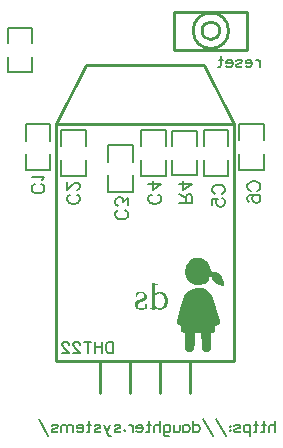
<source format=gbo>
G04 Layer: BottomSilkLayer*
G04 EasyEDA v6.3.22, 2020-01-19T16:38:24+00:00*
G04 a2d37a9207c24dc198fa5f1151cfaccd,4b468aaabfa54ef3be77053c06c4e1f4,10*
G04 Gerber Generator version 0.2*
G04 Scale: 100 percent, Rotated: No, Reflected: No *
G04 Dimensions in inches *
G04 leading zeros omitted , absolute positions ,2 integer and 4 decimal *
%FSLAX24Y24*%
%MOIN*%
G90*
G70D02*

%ADD10C,0.010000*%
%ADD25C,0.007870*%
%ADD27C,0.008000*%
%ADD29C,0.006000*%

%LPD*%

%LPD*%
G36*
G01X7001Y30909D02*
G01X6879Y30953D01*
G01X6786Y30948D01*
G01X6692Y30944D01*
G01X6621Y30908D01*
G01X6550Y30871D01*
G01X6499Y30812D01*
G01X6447Y30752D01*
G01X6393Y30625D01*
G01X6372Y30488D01*
G01X6384Y30418D01*
G01X6390Y30385D01*
G01X6397Y30355D01*
G01X6406Y30326D01*
G01X6416Y30299D01*
G01X6429Y30273D01*
G01X6443Y30247D01*
G01X6459Y30221D01*
G01X6478Y30195D01*
G01X6522Y30136D01*
G01X6581Y30098D01*
G01X6639Y30060D01*
G01X6710Y30041D01*
G01X6780Y30022D01*
G01X6910Y30038D01*
G01X6968Y30061D01*
G01X7027Y30085D01*
G01X7159Y30216D01*
G01X7182Y30264D01*
G01X7192Y30288D01*
G01X7204Y30317D01*
G01X7215Y30348D01*
G01X7224Y30377D01*
G01X7243Y30441D01*
G01X7244Y30405D01*
G01X7245Y30379D01*
G01X7249Y30352D01*
G01X7254Y30326D01*
G01X7261Y30300D01*
G01X7270Y30275D01*
G01X7280Y30251D01*
G01X7292Y30227D01*
G01X7305Y30204D01*
G01X7319Y30182D01*
G01X7335Y30162D01*
G01X7352Y30142D01*
G01X7370Y30125D01*
G01X7389Y30108D01*
G01X7409Y30093D01*
G01X7430Y30080D01*
G01X7451Y30069D01*
G01X7500Y30047D01*
G01X7659Y30020D01*
G01X7667Y30028D01*
G01X7674Y30036D01*
G01X7661Y30126D01*
G01X7648Y30215D01*
G01X7607Y30315D01*
G01X7527Y30411D01*
G01X7409Y30471D01*
G01X7323Y30484D01*
G01X7237Y30498D01*
G01X7231Y30559D01*
G01X7225Y30621D01*
G01X7197Y30684D01*
G01X7183Y30713D01*
G01X7168Y30741D01*
G01X7152Y30767D01*
G01X7134Y30791D01*
G01X7116Y30813D01*
G01X7096Y30835D01*
G01X7074Y30854D01*
G01X7051Y30872D01*
G01X7001Y30909D01*
G37*

%LPD*%
G36*
G01X6901Y29940D02*
G01X6744Y29942D01*
G01X6628Y29916D01*
G01X6494Y29848D01*
G01X6382Y29740D01*
G01X6330Y29642D01*
G01X6215Y29236D01*
G01X6099Y28831D01*
G01X6099Y28765D01*
G01X6130Y28732D01*
G01X6162Y28698D01*
G01X6241Y28682D01*
G01X6241Y28525D01*
G01X6258Y28499D01*
G01X6278Y28477D01*
G01X6305Y28457D01*
G01X6334Y28443D01*
G01X6361Y28438D01*
G01X6383Y28438D01*
G01X6383Y27915D01*
G01X6411Y27857D01*
G01X6447Y27830D01*
G01X6484Y27803D01*
G01X6571Y27803D01*
G01X6609Y27823D01*
G01X6646Y27842D01*
G01X6677Y27893D01*
G01X6694Y28104D01*
G01X6698Y28162D01*
G01X6700Y28190D01*
G01X6703Y28218D01*
G01X6705Y28245D01*
G01X6707Y28271D01*
G01X6709Y28294D01*
G01X6711Y28316D01*
G01X6713Y28336D01*
G01X6714Y28352D01*
G01X6715Y28366D01*
G01X6716Y28376D01*
G01X6723Y28438D01*
G01X6906Y28438D01*
G01X6911Y28411D01*
G01X6912Y28406D01*
G01X6913Y28396D01*
G01X6915Y28382D01*
G01X6916Y28365D01*
G01X6918Y28345D01*
G01X6920Y28322D01*
G01X6922Y28297D01*
G01X6924Y28269D01*
G01X6927Y28240D01*
G01X6929Y28209D01*
G01X6932Y28177D01*
G01X6934Y28144D01*
G01X6952Y27903D01*
G01X6968Y27876D01*
G01X6977Y27864D01*
G01X6990Y27850D01*
G01X7004Y27837D01*
G01X7019Y27826D01*
G01X7054Y27803D01*
G01X7137Y27803D01*
G01X7168Y27821D01*
G01X7182Y27830D01*
G01X7197Y27842D01*
G01X7211Y27856D01*
G01X7222Y27869D01*
G01X7245Y27900D01*
G01X7245Y28438D01*
G01X7312Y28438D01*
G01X7350Y28478D01*
G01X7387Y28518D01*
G01X7387Y28682D01*
G01X7466Y28698D01*
G01X7497Y28732D01*
G01X7528Y28765D01*
G01X7528Y28841D01*
G01X7308Y29619D01*
G01X7282Y29673D01*
G01X7257Y29727D01*
G01X7207Y29780D01*
G01X7156Y29834D01*
G01X7093Y29870D01*
G01X7029Y29907D01*
G01X6965Y29923D01*
G01X6901Y29940D01*
G37*

%LPD*%
G54D10*
G01X2069Y35390D02*
G01X3069Y37360D01*
G01X7009Y37360D01*
G01X8009Y35390D01*
G01X2069Y35390D01*
G01X2069Y27510D01*
G01X3539Y27510D01*
G01X4539Y27510D01*
G01X5539Y27510D01*
G01X6539Y27510D01*
G01X8009Y27510D01*
G01X8009Y35390D01*
G01X6539Y26450D02*
G01X6539Y27510D01*
G01X5539Y26450D02*
G01X5539Y27510D01*
G01X4539Y26450D02*
G01X4539Y27510D01*
G01X3539Y26450D02*
G01X3539Y27510D01*
G01X8439Y39124D02*
G01X8439Y37864D01*
G01X5998Y37864D01*
G01X5998Y39124D01*
G01X8439Y39124D01*
G54D25*
G01X3819Y34145D02*
G01X3819Y34700D01*
G01X4153Y34700D01*
G01X4634Y34700D01*
G01X4634Y34145D01*
G01X3819Y33699D02*
G01X3819Y33153D01*
G01X4634Y33153D01*
G01X4634Y33699D01*
G01X1063Y34854D02*
G01X1063Y35409D01*
G01X1397Y35409D01*
G01X1878Y35409D01*
G01X1878Y34854D01*
G01X1063Y34408D02*
G01X1063Y33862D01*
G01X1878Y33862D01*
G01X1878Y34408D01*
G01X2244Y34657D02*
G01X2244Y35212D01*
G01X2578Y35212D01*
G01X3059Y35212D01*
G01X3059Y34657D01*
G01X2244Y34211D02*
G01X2244Y33665D01*
G01X3059Y33665D01*
G01X3059Y34211D01*
G01X7823Y34220D02*
G01X7823Y33665D01*
G01X7489Y33665D01*
G01X7008Y33665D01*
G01X7008Y34220D01*
G01X7823Y34666D02*
G01X7823Y35212D01*
G01X7008Y35212D01*
G01X7008Y34666D01*
G01X9004Y34417D02*
G01X9004Y33862D01*
G01X8670Y33862D01*
G01X8189Y33862D01*
G01X8189Y34417D01*
G01X9004Y34863D02*
G01X9004Y35409D01*
G01X8189Y35409D01*
G01X8189Y34863D01*
G01X4922Y34657D02*
G01X4922Y35212D01*
G01X5255Y35212D01*
G01X5737Y35212D01*
G01X5737Y34657D01*
G01X4922Y34211D02*
G01X4922Y33665D01*
G01X5737Y33665D01*
G01X5737Y34211D01*
G01X473Y38088D02*
G01X473Y38608D01*
G01X1288Y38608D01*
G01X1288Y38088D01*
G01X473Y37643D02*
G01X473Y37123D01*
G01X1288Y37123D01*
G01X1288Y37643D01*
G01X5945Y34663D02*
G01X5945Y35183D01*
G01X6760Y35183D01*
G01X6760Y34663D01*
G01X5945Y34218D02*
G01X5945Y33698D01*
G01X6760Y33698D01*
G01X6760Y34218D01*

%LPD*%
G36*
G01X4931Y29814D02*
G01X4898Y29816D01*
G01X4874Y29815D01*
G01X4852Y29813D01*
G01X4830Y29809D01*
G01X4810Y29803D01*
G01X4789Y29796D01*
G01X4769Y29788D01*
G01X4750Y29778D01*
G01X4730Y29767D01*
G01X4734Y29645D01*
G01X4788Y29645D01*
G01X4811Y29747D01*
G01X4833Y29756D01*
G01X4854Y29763D01*
G01X4876Y29767D01*
G01X4898Y29769D01*
G01X4925Y29767D01*
G01X4949Y29762D01*
G01X4969Y29755D01*
G01X4986Y29745D01*
G01X4999Y29732D01*
G01X5008Y29717D01*
G01X5014Y29700D01*
G01X5016Y29681D01*
G01X5014Y29662D01*
G01X5010Y29645D01*
G01X5002Y29631D01*
G01X4990Y29618D01*
G01X4975Y29607D01*
G01X4955Y29596D01*
G01X4932Y29585D01*
G01X4904Y29574D01*
G01X4862Y29559D01*
G01X4834Y29548D01*
G01X4808Y29537D01*
G01X4786Y29525D01*
G01X4766Y29512D01*
G01X4749Y29498D01*
G01X4735Y29484D01*
G01X4723Y29470D01*
G01X4713Y29454D01*
G01X4706Y29438D01*
G01X4701Y29421D01*
G01X4698Y29403D01*
G01X4697Y29385D01*
G01X4698Y29368D01*
G01X4701Y29351D01*
G01X4705Y29335D01*
G01X4712Y29319D01*
G01X4720Y29304D01*
G01X4730Y29290D01*
G01X4742Y29277D01*
G01X4756Y29265D01*
G01X4771Y29254D01*
G01X4789Y29244D01*
G01X4808Y29235D01*
G01X4829Y29228D01*
G01X4851Y29222D01*
G01X4876Y29217D01*
G01X4902Y29215D01*
G01X4930Y29214D01*
G01X4955Y29214D01*
G01X4979Y29217D01*
G01X5002Y29220D01*
G01X5025Y29225D01*
G01X5046Y29231D01*
G01X5068Y29239D01*
G01X5090Y29248D01*
G01X5112Y29259D01*
G01X5114Y29391D01*
G01X5057Y29391D01*
G01X5030Y29280D01*
G01X5008Y29271D01*
G01X4984Y29264D01*
G01X4959Y29261D01*
G01X4931Y29260D01*
G01X4898Y29262D01*
G01X4870Y29267D01*
G01X4846Y29275D01*
G01X4827Y29286D01*
G01X4812Y29301D01*
G01X4801Y29317D01*
G01X4795Y29336D01*
G01X4793Y29357D01*
G01X4794Y29375D01*
G01X4799Y29392D01*
G01X4807Y29406D01*
G01X4819Y29420D01*
G01X4835Y29432D01*
G01X4854Y29444D01*
G01X4877Y29456D01*
G01X4905Y29467D01*
G01X4961Y29485D01*
G01X4982Y29493D01*
G01X5003Y29503D01*
G01X5039Y29523D01*
G01X5054Y29535D01*
G01X5068Y29548D01*
G01X5080Y29562D01*
G01X5090Y29576D01*
G01X5098Y29592D01*
G01X5104Y29609D01*
G01X5108Y29628D01*
G01X5109Y29648D01*
G01X5107Y29670D01*
G01X5103Y29691D01*
G01X5095Y29712D01*
G01X5084Y29731D01*
G01X5071Y29749D01*
G01X5054Y29765D01*
G01X5035Y29780D01*
G01X5013Y29792D01*
G01X4988Y29802D01*
G01X4961Y29809D01*
G01X4931Y29814D01*
G37*

%LPD*%
G36*
G01X5490Y30069D02*
G01X5304Y30120D01*
G01X5289Y30111D01*
G01X5292Y29940D01*
G01X5292Y29277D01*
G01X5194Y29266D01*
G01X5194Y29229D01*
G01X5381Y29217D01*
G01X5388Y29299D01*
G01X5404Y29280D01*
G01X5422Y29263D01*
G01X5441Y29248D01*
G01X5461Y29236D01*
G01X5483Y29226D01*
G01X5506Y29219D01*
G01X5530Y29215D01*
G01X5557Y29214D01*
G01X5579Y29215D01*
G01X5600Y29217D01*
G01X5620Y29222D01*
G01X5639Y29228D01*
G01X5658Y29235D01*
G01X5676Y29244D01*
G01X5692Y29255D01*
G01X5708Y29267D01*
G01X5723Y29281D01*
G01X5736Y29296D01*
G01X5749Y29312D01*
G01X5760Y29329D01*
G01X5770Y29348D01*
G01X5779Y29368D01*
G01X5787Y29389D01*
G01X5793Y29411D01*
G01X5798Y29434D01*
G01X5802Y29458D01*
G01X5804Y29483D01*
G01X5805Y29509D01*
G01X5804Y29536D01*
G01X5802Y29563D01*
G01X5798Y29588D01*
G01X5792Y29613D01*
G01X5785Y29636D01*
G01X5777Y29658D01*
G01X5768Y29679D01*
G01X5757Y29698D01*
G01X5745Y29716D01*
G01X5732Y29733D01*
G01X5717Y29748D01*
G01X5702Y29762D01*
G01X5686Y29774D01*
G01X5668Y29785D01*
G01X5650Y29794D01*
G01X5631Y29802D01*
G01X5611Y29808D01*
G01X5590Y29812D01*
G01X5569Y29815D01*
G01X5547Y29816D01*
G01X5526Y29815D01*
G01X5506Y29812D01*
G01X5486Y29807D01*
G01X5466Y29799D01*
G01X5446Y29789D01*
G01X5427Y29775D01*
G01X5408Y29758D01*
G01X5389Y29738D01*
G01X5389Y30024D01*
G01X5490Y30033D01*
G01X5490Y30069D01*
G37*

%LPC*%
G36*
G01X5545Y29755D02*
G01X5528Y29756D01*
G01X5512Y29755D01*
G01X5497Y29752D01*
G01X5481Y29748D01*
G01X5464Y29742D01*
G01X5447Y29733D01*
G01X5429Y29722D01*
G01X5410Y29708D01*
G01X5391Y29692D01*
G01X5391Y29343D01*
G01X5408Y29325D01*
G01X5424Y29311D01*
G01X5441Y29299D01*
G01X5457Y29290D01*
G01X5474Y29283D01*
G01X5491Y29278D01*
G01X5510Y29276D01*
G01X5529Y29275D01*
G01X5547Y29276D01*
G01X5564Y29278D01*
G01X5581Y29282D01*
G01X5597Y29288D01*
G01X5612Y29296D01*
G01X5626Y29306D01*
G01X5639Y29318D01*
G01X5651Y29331D01*
G01X5661Y29347D01*
G01X5671Y29364D01*
G01X5679Y29384D01*
G01X5686Y29405D01*
G01X5691Y29429D01*
G01X5695Y29455D01*
G01X5698Y29483D01*
G01X5699Y29513D01*
G01X5698Y29544D01*
G01X5695Y29573D01*
G01X5691Y29599D01*
G01X5685Y29624D01*
G01X5678Y29646D01*
G01X5669Y29666D01*
G01X5659Y29683D01*
G01X5648Y29699D01*
G01X5636Y29713D01*
G01X5622Y29724D01*
G01X5608Y29734D01*
G01X5593Y29742D01*
G01X5578Y29748D01*
G01X5562Y29752D01*
G01X5545Y29755D01*
G37*

%LPD*%
G54D27*
G01X8870Y37541D02*
G01X8870Y37291D01*
G01X8870Y37434D02*
G01X8852Y37488D01*
G01X8816Y37523D01*
G01X8780Y37541D01*
G01X8727Y37541D01*
G01X8608Y37434D02*
G01X8394Y37434D01*
G01X8394Y37470D01*
G01X8412Y37506D01*
G01X8430Y37523D01*
G01X8465Y37541D01*
G01X8519Y37541D01*
G01X8555Y37523D01*
G01X8591Y37488D01*
G01X8608Y37434D01*
G01X8608Y37398D01*
G01X8591Y37344D01*
G01X8555Y37309D01*
G01X8519Y37291D01*
G01X8465Y37291D01*
G01X8430Y37309D01*
G01X8394Y37344D01*
G01X8079Y37488D02*
G01X8097Y37523D01*
G01X8150Y37541D01*
G01X8204Y37541D01*
G01X8258Y37523D01*
G01X8276Y37488D01*
G01X8258Y37452D01*
G01X8222Y37434D01*
G01X8132Y37416D01*
G01X8097Y37398D01*
G01X8079Y37362D01*
G01X8079Y37344D01*
G01X8097Y37309D01*
G01X8150Y37291D01*
G01X8204Y37291D01*
G01X8258Y37309D01*
G01X8276Y37344D01*
G01X7961Y37434D02*
G01X7746Y37434D01*
G01X7746Y37470D01*
G01X7764Y37506D01*
G01X7782Y37523D01*
G01X7817Y37541D01*
G01X7871Y37541D01*
G01X7907Y37523D01*
G01X7943Y37488D01*
G01X7961Y37434D01*
G01X7961Y37398D01*
G01X7943Y37344D01*
G01X7907Y37309D01*
G01X7871Y37291D01*
G01X7817Y37291D01*
G01X7782Y37309D01*
G01X7746Y37344D01*
G01X7574Y37667D02*
G01X7574Y37362D01*
G01X7556Y37309D01*
G01X7520Y37291D01*
G01X7485Y37291D01*
G01X7628Y37541D02*
G01X7503Y37541D01*
G01X9381Y25502D02*
G01X9381Y25126D01*
G01X9381Y25305D02*
G01X9328Y25358D01*
G01X9292Y25376D01*
G01X9238Y25376D01*
G01X9202Y25358D01*
G01X9184Y25305D01*
G01X9184Y25126D01*
G01X9013Y25502D02*
G01X9013Y25197D01*
G01X8995Y25144D01*
G01X8959Y25126D01*
G01X8923Y25126D01*
G01X9066Y25376D02*
G01X8941Y25376D01*
G01X8751Y25502D02*
G01X8751Y25197D01*
G01X8734Y25144D01*
G01X8698Y25126D01*
G01X8662Y25126D01*
G01X8805Y25376D02*
G01X8680Y25376D01*
G01X8544Y25376D02*
G01X8544Y25000D01*
G01X8544Y25323D02*
G01X8508Y25358D01*
G01X8472Y25376D01*
G01X8419Y25376D01*
G01X8383Y25358D01*
G01X8347Y25323D01*
G01X8329Y25269D01*
G01X8329Y25233D01*
G01X8347Y25179D01*
G01X8383Y25144D01*
G01X8419Y25126D01*
G01X8472Y25126D01*
G01X8508Y25144D01*
G01X8544Y25179D01*
G01X8014Y25323D02*
G01X8032Y25358D01*
G01X8086Y25376D01*
G01X8139Y25376D01*
G01X8193Y25358D01*
G01X8211Y25323D01*
G01X8193Y25287D01*
G01X8157Y25269D01*
G01X8068Y25251D01*
G01X8032Y25233D01*
G01X8014Y25197D01*
G01X8014Y25179D01*
G01X8032Y25144D01*
G01X8086Y25126D01*
G01X8139Y25126D01*
G01X8193Y25144D01*
G01X8211Y25179D01*
G01X7878Y25340D02*
G01X7896Y25323D01*
G01X7878Y25305D01*
G01X7860Y25323D01*
G01X7878Y25340D01*
G01X7878Y25215D02*
G01X7896Y25197D01*
G01X7878Y25179D01*
G01X7860Y25197D01*
G01X7878Y25215D01*
G01X7420Y25573D02*
G01X7742Y25000D01*
G01X6980Y25573D02*
G01X7302Y25000D01*
G01X6647Y25502D02*
G01X6647Y25126D01*
G01X6647Y25323D02*
G01X6683Y25358D01*
G01X6719Y25376D01*
G01X6772Y25376D01*
G01X6808Y25358D01*
G01X6844Y25323D01*
G01X6862Y25269D01*
G01X6862Y25233D01*
G01X6844Y25179D01*
G01X6808Y25144D01*
G01X6772Y25126D01*
G01X6719Y25126D01*
G01X6683Y25144D01*
G01X6647Y25179D01*
G01X6314Y25376D02*
G01X6314Y25126D01*
G01X6314Y25323D02*
G01X6350Y25358D01*
G01X6386Y25376D01*
G01X6439Y25376D01*
G01X6475Y25358D01*
G01X6511Y25323D01*
G01X6529Y25269D01*
G01X6529Y25233D01*
G01X6511Y25179D01*
G01X6475Y25144D01*
G01X6439Y25126D01*
G01X6386Y25126D01*
G01X6350Y25144D01*
G01X6314Y25179D01*
G01X6196Y25376D02*
G01X6196Y25197D01*
G01X6178Y25144D01*
G01X6142Y25126D01*
G01X6089Y25126D01*
G01X6053Y25144D01*
G01X5999Y25197D01*
G01X5999Y25376D02*
G01X5999Y25126D01*
G01X5666Y25376D02*
G01X5666Y25090D01*
G01X5684Y25036D01*
G01X5702Y25018D01*
G01X5738Y25000D01*
G01X5792Y25000D01*
G01X5827Y25018D01*
G01X5666Y25323D02*
G01X5702Y25358D01*
G01X5738Y25376D01*
G01X5792Y25376D01*
G01X5827Y25358D01*
G01X5863Y25323D01*
G01X5881Y25269D01*
G01X5881Y25233D01*
G01X5863Y25179D01*
G01X5827Y25144D01*
G01X5792Y25126D01*
G01X5738Y25126D01*
G01X5702Y25144D01*
G01X5666Y25179D01*
G01X5548Y25502D02*
G01X5548Y25126D01*
G01X5548Y25305D02*
G01X5494Y25358D01*
G01X5459Y25376D01*
G01X5405Y25376D01*
G01X5369Y25358D01*
G01X5351Y25305D01*
G01X5351Y25126D01*
G01X5179Y25502D02*
G01X5179Y25197D01*
G01X5162Y25144D01*
G01X5126Y25126D01*
G01X5090Y25126D01*
G01X5233Y25376D02*
G01X5108Y25376D01*
G01X4972Y25269D02*
G01X4757Y25269D01*
G01X4757Y25305D01*
G01X4775Y25340D01*
G01X4793Y25358D01*
G01X4829Y25376D01*
G01X4882Y25376D01*
G01X4918Y25358D01*
G01X4954Y25323D01*
G01X4972Y25269D01*
G01X4972Y25233D01*
G01X4954Y25179D01*
G01X4918Y25144D01*
G01X4882Y25126D01*
G01X4829Y25126D01*
G01X4793Y25144D01*
G01X4757Y25179D01*
G01X4639Y25376D02*
G01X4639Y25126D01*
G01X4639Y25269D02*
G01X4621Y25323D01*
G01X4585Y25358D01*
G01X4550Y25376D01*
G01X4496Y25376D01*
G01X4360Y25215D02*
G01X4378Y25197D01*
G01X4360Y25179D01*
G01X4342Y25197D01*
G01X4360Y25215D01*
G01X4027Y25323D02*
G01X4045Y25358D01*
G01X4099Y25376D01*
G01X4152Y25376D01*
G01X4206Y25358D01*
G01X4224Y25323D01*
G01X4206Y25287D01*
G01X4170Y25269D01*
G01X4081Y25251D01*
G01X4045Y25233D01*
G01X4027Y25197D01*
G01X4027Y25179D01*
G01X4045Y25144D01*
G01X4099Y25126D01*
G01X4152Y25126D01*
G01X4206Y25144D01*
G01X4224Y25179D01*
G01X3891Y25376D02*
G01X3784Y25126D01*
G01X3676Y25376D02*
G01X3784Y25126D01*
G01X3819Y25054D01*
G01X3855Y25018D01*
G01X3891Y25000D01*
G01X3909Y25000D01*
G01X3361Y25323D02*
G01X3379Y25358D01*
G01X3433Y25376D01*
G01X3487Y25376D01*
G01X3540Y25358D01*
G01X3558Y25323D01*
G01X3540Y25287D01*
G01X3504Y25269D01*
G01X3415Y25251D01*
G01X3379Y25233D01*
G01X3361Y25197D01*
G01X3361Y25179D01*
G01X3379Y25144D01*
G01X3433Y25126D01*
G01X3487Y25126D01*
G01X3540Y25144D01*
G01X3558Y25179D01*
G01X3190Y25502D02*
G01X3190Y25197D01*
G01X3172Y25144D01*
G01X3136Y25126D01*
G01X3100Y25126D01*
G01X3243Y25376D02*
G01X3118Y25376D01*
G01X2982Y25269D02*
G01X2767Y25269D01*
G01X2767Y25305D01*
G01X2785Y25340D01*
G01X2803Y25358D01*
G01X2839Y25376D01*
G01X2892Y25376D01*
G01X2928Y25358D01*
G01X2964Y25323D01*
G01X2982Y25269D01*
G01X2982Y25233D01*
G01X2964Y25179D01*
G01X2928Y25144D01*
G01X2892Y25126D01*
G01X2839Y25126D01*
G01X2803Y25144D01*
G01X2767Y25179D01*
G01X2649Y25376D02*
G01X2649Y25126D01*
G01X2649Y25305D02*
G01X2595Y25358D01*
G01X2560Y25376D01*
G01X2506Y25376D01*
G01X2470Y25358D01*
G01X2452Y25305D01*
G01X2452Y25126D01*
G01X2452Y25305D02*
G01X2399Y25358D01*
G01X2363Y25376D01*
G01X2309Y25376D01*
G01X2273Y25358D01*
G01X2255Y25305D01*
G01X2255Y25126D01*
G01X1940Y25323D02*
G01X1958Y25358D01*
G01X2012Y25376D01*
G01X2066Y25376D01*
G01X2119Y25358D01*
G01X2137Y25323D01*
G01X2119Y25287D01*
G01X2084Y25269D01*
G01X1994Y25251D01*
G01X1958Y25233D01*
G01X1940Y25197D01*
G01X1940Y25179D01*
G01X1958Y25144D01*
G01X2012Y25126D01*
G01X2066Y25126D01*
G01X2119Y25144D01*
G01X2137Y25179D01*
G01X1500Y25573D02*
G01X1822Y25000D01*
G54D29*
G01X3990Y28143D02*
G01X3990Y27767D01*
G01X3990Y28143D02*
G01X3865Y28143D01*
G01X3812Y28125D01*
G01X3776Y28089D01*
G01X3758Y28053D01*
G01X3740Y28000D01*
G01X3740Y27910D01*
G01X3758Y27857D01*
G01X3776Y27821D01*
G01X3812Y27785D01*
G01X3865Y27767D01*
G01X3990Y27767D01*
G01X3622Y28143D02*
G01X3622Y27767D01*
G01X3371Y28143D02*
G01X3371Y27767D01*
G01X3622Y27964D02*
G01X3371Y27964D01*
G01X3128Y28143D02*
G01X3128Y27767D01*
G01X3253Y28143D02*
G01X3003Y28143D01*
G01X2867Y28053D02*
G01X2867Y28071D01*
G01X2849Y28107D01*
G01X2831Y28125D01*
G01X2795Y28143D01*
G01X2723Y28143D01*
G01X2688Y28125D01*
G01X2670Y28107D01*
G01X2652Y28071D01*
G01X2652Y28035D01*
G01X2670Y28000D01*
G01X2706Y27946D01*
G01X2885Y27767D01*
G01X2634Y27767D01*
G01X2498Y28053D02*
G01X2498Y28071D01*
G01X2480Y28107D01*
G01X2462Y28125D01*
G01X2426Y28143D01*
G01X2355Y28143D01*
G01X2319Y28125D01*
G01X2301Y28107D01*
G01X2283Y28071D01*
G01X2283Y28035D01*
G01X2301Y28000D01*
G01X2337Y27946D01*
G01X2516Y27767D01*
G01X2265Y27767D01*
G01X4382Y32541D02*
G01X4423Y32520D01*
G01X4464Y32479D01*
G01X4484Y32439D01*
G01X4484Y32357D01*
G01X4464Y32316D01*
G01X4423Y32275D01*
G01X4382Y32254D01*
G01X4320Y32234D01*
G01X4218Y32234D01*
G01X4157Y32254D01*
G01X4116Y32275D01*
G01X4075Y32316D01*
G01X4055Y32357D01*
G01X4055Y32439D01*
G01X4075Y32479D01*
G01X4116Y32520D01*
G01X4157Y32541D01*
G01X4484Y32717D02*
G01X4484Y32942D01*
G01X4320Y32819D01*
G01X4320Y32880D01*
G01X4300Y32921D01*
G01X4280Y32942D01*
G01X4218Y32962D01*
G01X4177Y32962D01*
G01X4116Y32942D01*
G01X4075Y32901D01*
G01X4055Y32839D01*
G01X4055Y32778D01*
G01X4075Y32717D01*
G01X4095Y32696D01*
G01X4136Y32676D01*
G01X1587Y33407D02*
G01X1628Y33386D01*
G01X1669Y33345D01*
G01X1689Y33305D01*
G01X1689Y33223D01*
G01X1669Y33182D01*
G01X1628Y33141D01*
G01X1587Y33120D01*
G01X1525Y33100D01*
G01X1423Y33100D01*
G01X1362Y33120D01*
G01X1321Y33141D01*
G01X1280Y33182D01*
G01X1260Y33223D01*
G01X1260Y33305D01*
G01X1280Y33345D01*
G01X1321Y33386D01*
G01X1362Y33407D01*
G01X1607Y33542D02*
G01X1628Y33583D01*
G01X1689Y33644D01*
G01X1260Y33644D01*
G01X2768Y33053D02*
G01X2809Y33032D01*
G01X2850Y32991D01*
G01X2870Y32951D01*
G01X2870Y32869D01*
G01X2850Y32828D01*
G01X2809Y32787D01*
G01X2768Y32766D01*
G01X2706Y32746D01*
G01X2604Y32746D01*
G01X2543Y32766D01*
G01X2502Y32787D01*
G01X2461Y32828D01*
G01X2441Y32869D01*
G01X2441Y32951D01*
G01X2461Y32991D01*
G01X2502Y33032D01*
G01X2543Y33053D01*
G01X2768Y33208D02*
G01X2788Y33208D01*
G01X2829Y33229D01*
G01X2850Y33249D01*
G01X2870Y33290D01*
G01X2870Y33372D01*
G01X2850Y33413D01*
G01X2829Y33433D01*
G01X2788Y33454D01*
G01X2747Y33454D01*
G01X2706Y33433D01*
G01X2645Y33392D01*
G01X2441Y33188D01*
G01X2441Y33474D01*
G01X7379Y33069D02*
G01X7338Y33090D01*
G01X7297Y33131D01*
G01X7277Y33171D01*
G01X7277Y33253D01*
G01X7297Y33294D01*
G01X7338Y33335D01*
G01X7379Y33356D01*
G01X7441Y33376D01*
G01X7543Y33376D01*
G01X7604Y33356D01*
G01X7645Y33335D01*
G01X7686Y33294D01*
G01X7706Y33253D01*
G01X7706Y33171D01*
G01X7686Y33131D01*
G01X7645Y33090D01*
G01X7604Y33069D01*
G01X7277Y32689D02*
G01X7277Y32893D01*
G01X7461Y32914D01*
G01X7441Y32893D01*
G01X7420Y32832D01*
G01X7420Y32771D01*
G01X7441Y32709D01*
G01X7481Y32668D01*
G01X7543Y32648D01*
G01X7584Y32648D01*
G01X7645Y32668D01*
G01X7686Y32709D01*
G01X7706Y32771D01*
G01X7706Y32832D01*
G01X7686Y32893D01*
G01X7666Y32914D01*
G01X7625Y32934D01*
G01X8560Y33187D02*
G01X8519Y33208D01*
G01X8478Y33249D01*
G01X8458Y33289D01*
G01X8458Y33371D01*
G01X8478Y33412D01*
G01X8519Y33453D01*
G01X8560Y33474D01*
G01X8622Y33494D01*
G01X8724Y33494D01*
G01X8785Y33474D01*
G01X8826Y33453D01*
G01X8867Y33412D01*
G01X8887Y33371D01*
G01X8887Y33289D01*
G01X8867Y33249D01*
G01X8826Y33208D01*
G01X8785Y33187D01*
G01X8519Y32807D02*
G01X8478Y32827D01*
G01X8458Y32889D01*
G01X8458Y32929D01*
G01X8478Y32991D01*
G01X8540Y33032D01*
G01X8642Y33052D01*
G01X8744Y33052D01*
G01X8826Y33032D01*
G01X8867Y32991D01*
G01X8887Y32929D01*
G01X8887Y32909D01*
G01X8867Y32848D01*
G01X8826Y32807D01*
G01X8765Y32786D01*
G01X8744Y32786D01*
G01X8683Y32807D01*
G01X8642Y32848D01*
G01X8622Y32909D01*
G01X8622Y32929D01*
G01X8642Y32991D01*
G01X8683Y33032D01*
G01X8744Y33052D01*
G01X5484Y33053D02*
G01X5525Y33032D01*
G01X5566Y32991D01*
G01X5586Y32951D01*
G01X5586Y32869D01*
G01X5566Y32828D01*
G01X5525Y32787D01*
G01X5484Y32766D01*
G01X5422Y32746D01*
G01X5320Y32746D01*
G01X5259Y32766D01*
G01X5218Y32787D01*
G01X5177Y32828D01*
G01X5157Y32869D01*
G01X5157Y32951D01*
G01X5177Y32991D01*
G01X5218Y33032D01*
G01X5259Y33053D01*
G01X5586Y33392D02*
G01X5300Y33188D01*
G01X5300Y33495D01*
G01X5586Y33392D02*
G01X5157Y33392D01*
G01X6610Y32785D02*
G01X6181Y32785D01*
G01X6610Y32785D02*
G01X6610Y32969D01*
G01X6590Y33030D01*
G01X6569Y33051D01*
G01X6528Y33071D01*
G01X6487Y33071D01*
G01X6446Y33051D01*
G01X6426Y33030D01*
G01X6406Y32969D01*
G01X6406Y32785D01*
G01X6406Y32928D02*
G01X6181Y33071D01*
G01X6610Y33411D02*
G01X6324Y33206D01*
G01X6324Y33513D01*
G01X6610Y33411D02*
G01X6181Y33411D01*
G54D10*
G75*
G01X7532Y38513D02*
G03X7532Y38513I-295J0D01*
G01*
G75*
G01X7828Y38513D02*
G03X7828Y38513I-591J0D01*
G01*
M00*
M02*

</source>
